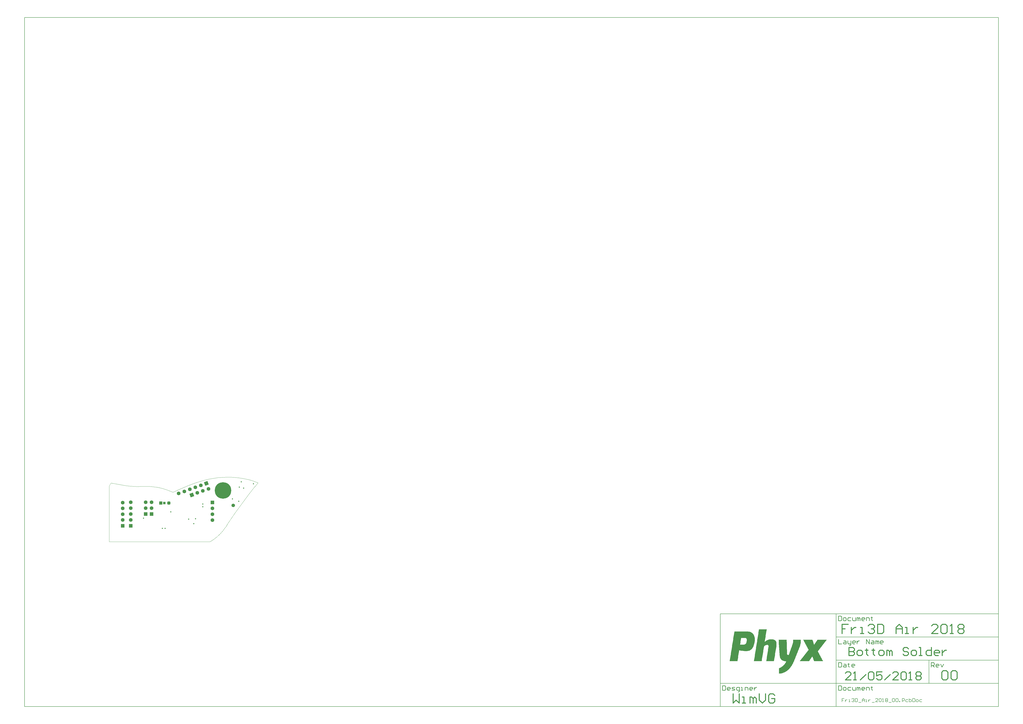
<source format=gbs>
G04*
G04 #@! TF.GenerationSoftware,Altium Limited,Altium Designer,18.1.6 (161)*
G04*
G04 Layer_Color=16711935*
%FSLAX25Y25*%
%MOIN*%
G70*
G01*
G75*
%ADD10C,0.00984*%
%ADD11C,0.00787*%
%ADD13C,0.00394*%
%ADD14C,0.01575*%
%ADD43R,0.04331X0.04331*%
G04:AMPARAMS|DCode=44|XSize=43.31mil|YSize=43.31mil|CornerRadius=11.81mil|HoleSize=0mil|Usage=FLASHONLY|Rotation=0.000|XOffset=0mil|YOffset=0mil|HoleType=Round|Shape=RoundedRectangle|*
%AMROUNDEDRECTD44*
21,1,0.04331,0.01968,0,0,0.0*
21,1,0.01968,0.04331,0,0,0.0*
1,1,0.02362,0.00984,-0.00984*
1,1,0.02362,-0.00984,-0.00984*
1,1,0.02362,-0.00984,0.00984*
1,1,0.02362,0.00984,0.00984*
%
%ADD44ROUNDEDRECTD44*%
G04:AMPARAMS|DCode=45|XSize=53.15mil|YSize=53.15mil|CornerRadius=14.27mil|HoleSize=0mil|Usage=FLASHONLY|Rotation=0.000|XOffset=0mil|YOffset=0mil|HoleType=Round|Shape=RoundedRectangle|*
%AMROUNDEDRECTD45*
21,1,0.05315,0.02461,0,0,0.0*
21,1,0.02461,0.05315,0,0,0.0*
1,1,0.02854,0.01230,-0.01230*
1,1,0.02854,-0.01230,-0.01230*
1,1,0.02854,-0.01230,0.01230*
1,1,0.02854,0.01230,0.01230*
%
%ADD45ROUNDEDRECTD45*%
%ADD46R,0.05315X0.05315*%
%ADD47C,0.06299*%
%ADD48R,0.06299X0.06299*%
%ADD49C,0.05906*%
%ADD50P,0.08908X4X65.0*%
%ADD51C,0.27953*%
%ADD66C,0.01968*%
G36*
X913926Y-152365D02*
X915644D01*
Y-152651D01*
X916503D01*
Y-152937D01*
X917362D01*
Y-153224D01*
X918221D01*
Y-153510D01*
X918793D01*
Y-153796D01*
X919080D01*
Y-154083D01*
X919652D01*
Y-154369D01*
X919939D01*
Y-154655D01*
X920511D01*
Y-154942D01*
X920798D01*
Y-155228D01*
X921084D01*
Y-155514D01*
X921370D01*
Y-155801D01*
X921657D01*
Y-156087D01*
X921943D01*
Y-156373D01*
X922229D01*
Y-156659D01*
Y-156946D01*
X922515D01*
Y-157232D01*
X922802D01*
Y-157518D01*
Y-157805D01*
X923088D01*
Y-158091D01*
X923374D01*
Y-158377D01*
Y-158664D01*
X923661D01*
Y-158950D01*
Y-159236D01*
Y-159523D01*
X923947D01*
Y-159809D01*
Y-160095D01*
Y-160382D01*
X924233D01*
Y-160668D01*
Y-160954D01*
Y-161240D01*
Y-161527D01*
X924520D01*
Y-161813D01*
Y-162100D01*
Y-162386D01*
Y-162672D01*
Y-162958D01*
X924806D01*
Y-163245D01*
Y-163531D01*
Y-163817D01*
Y-164104D01*
Y-164390D01*
Y-164676D01*
Y-164963D01*
Y-165249D01*
Y-165535D01*
Y-165822D01*
Y-166108D01*
Y-166394D01*
Y-166681D01*
Y-166967D01*
Y-167253D01*
Y-167539D01*
Y-167826D01*
Y-168112D01*
Y-168398D01*
Y-168685D01*
X924520D01*
Y-168971D01*
Y-169257D01*
Y-169544D01*
Y-169830D01*
Y-170116D01*
Y-170403D01*
Y-170689D01*
X924233D01*
Y-170975D01*
Y-171262D01*
Y-171548D01*
Y-171834D01*
Y-172120D01*
X923947D01*
Y-172407D01*
Y-172693D01*
Y-172979D01*
Y-173266D01*
Y-173552D01*
X923661D01*
Y-173838D01*
Y-174125D01*
Y-174411D01*
X923374D01*
Y-174697D01*
Y-174984D01*
Y-175270D01*
Y-175556D01*
X923088D01*
Y-175842D01*
Y-176129D01*
Y-176415D01*
X922802D01*
Y-176701D01*
Y-176988D01*
X922515D01*
Y-177274D01*
Y-177560D01*
Y-177847D01*
X922229D01*
Y-178133D01*
Y-178419D01*
X921943D01*
Y-178706D01*
Y-178992D01*
X921657D01*
Y-179278D01*
Y-179565D01*
X921370D01*
Y-179851D01*
X921084D01*
Y-180137D01*
Y-180423D01*
X920798D01*
Y-180710D01*
X920511D01*
Y-180996D01*
X920225D01*
Y-181282D01*
Y-181569D01*
X919939D01*
Y-181855D01*
X919652D01*
Y-182141D01*
X919366D01*
Y-182428D01*
X919080D01*
Y-182714D01*
X918793D01*
Y-183000D01*
X918221D01*
Y-183287D01*
X917934D01*
Y-183573D01*
X917362D01*
Y-183859D01*
X917076D01*
Y-184146D01*
X916503D01*
Y-184432D01*
X915644D01*
Y-184718D01*
X914785D01*
Y-185004D01*
X913926D01*
Y-185291D01*
X912208D01*
Y-185577D01*
X907055D01*
Y-185291D01*
X904478D01*
Y-185004D01*
X902474D01*
Y-184718D01*
X901042D01*
Y-184432D01*
X899610D01*
Y-184146D01*
X898179D01*
Y-184432D01*
Y-184718D01*
Y-185004D01*
Y-185291D01*
Y-185577D01*
Y-185863D01*
Y-186150D01*
X897892D01*
Y-186436D01*
Y-186722D01*
Y-187009D01*
Y-187295D01*
Y-187581D01*
Y-187868D01*
X897606D01*
Y-188154D01*
Y-188440D01*
Y-188727D01*
Y-189013D01*
Y-189299D01*
Y-189585D01*
X897320D01*
Y-189872D01*
Y-190158D01*
Y-190444D01*
Y-190731D01*
Y-191017D01*
Y-191303D01*
Y-191590D01*
X897034D01*
Y-191876D01*
Y-192162D01*
Y-192449D01*
Y-192735D01*
Y-193021D01*
Y-193308D01*
X896747D01*
Y-193594D01*
Y-193880D01*
Y-194167D01*
Y-194453D01*
Y-194739D01*
Y-195025D01*
X896461D01*
Y-195312D01*
Y-195598D01*
Y-195884D01*
Y-196171D01*
Y-196457D01*
Y-196743D01*
Y-197030D01*
X896175D01*
Y-197316D01*
Y-197602D01*
Y-197889D01*
Y-198175D01*
Y-198461D01*
Y-198748D01*
X895888D01*
Y-199034D01*
Y-199320D01*
Y-199606D01*
Y-199893D01*
Y-200179D01*
Y-200465D01*
X895602D01*
Y-200752D01*
Y-201038D01*
Y-201324D01*
Y-201611D01*
Y-201897D01*
Y-202183D01*
Y-202470D01*
X882145D01*
Y-202183D01*
X882432D01*
Y-201897D01*
Y-201611D01*
Y-201324D01*
Y-201038D01*
Y-200752D01*
X882718D01*
Y-200465D01*
Y-200179D01*
Y-199893D01*
Y-199606D01*
Y-199320D01*
Y-199034D01*
Y-198748D01*
X883004D01*
Y-198461D01*
Y-198175D01*
Y-197889D01*
Y-197602D01*
Y-197316D01*
Y-197030D01*
X883291D01*
Y-196743D01*
Y-196457D01*
Y-196171D01*
Y-195884D01*
Y-195598D01*
Y-195312D01*
X883577D01*
Y-195025D01*
Y-194739D01*
Y-194453D01*
Y-194167D01*
Y-193880D01*
Y-193594D01*
Y-193308D01*
X883863D01*
Y-193021D01*
Y-192735D01*
Y-192449D01*
Y-192162D01*
Y-191876D01*
Y-191590D01*
X884149D01*
Y-191303D01*
Y-191017D01*
Y-190731D01*
Y-190444D01*
Y-190158D01*
Y-189872D01*
X884436D01*
Y-189585D01*
Y-189299D01*
Y-189013D01*
Y-188727D01*
Y-188440D01*
Y-188154D01*
X884722D01*
Y-187868D01*
Y-187581D01*
Y-187295D01*
Y-187009D01*
Y-186722D01*
Y-186436D01*
Y-186150D01*
X885009D01*
Y-185863D01*
Y-185577D01*
Y-185291D01*
Y-185004D01*
Y-184718D01*
Y-184432D01*
X885295D01*
Y-184146D01*
Y-183859D01*
Y-183573D01*
Y-183287D01*
Y-183000D01*
Y-182714D01*
X885581D01*
Y-182428D01*
Y-182141D01*
Y-181855D01*
Y-181569D01*
Y-181282D01*
Y-180996D01*
X885867D01*
Y-180710D01*
Y-180423D01*
Y-180137D01*
Y-179851D01*
Y-179565D01*
Y-179278D01*
Y-178992D01*
X886154D01*
Y-178706D01*
Y-178419D01*
Y-178133D01*
Y-177847D01*
Y-177560D01*
Y-177274D01*
X886440D01*
Y-176988D01*
Y-176701D01*
Y-176415D01*
Y-176129D01*
Y-175842D01*
Y-175556D01*
X886726D01*
Y-175270D01*
Y-174984D01*
Y-174697D01*
Y-174411D01*
Y-174125D01*
Y-173838D01*
Y-173552D01*
X887013D01*
Y-173266D01*
Y-172979D01*
Y-172693D01*
Y-172407D01*
Y-172120D01*
Y-171834D01*
X887299D01*
Y-171548D01*
Y-171262D01*
Y-170975D01*
Y-170689D01*
Y-170403D01*
Y-170116D01*
X887585D01*
Y-169830D01*
Y-169544D01*
Y-169257D01*
Y-168971D01*
Y-168685D01*
Y-168398D01*
X887872D01*
Y-168112D01*
Y-167826D01*
Y-167539D01*
Y-167253D01*
Y-166967D01*
Y-166681D01*
Y-166394D01*
X888158D01*
Y-166108D01*
Y-165822D01*
Y-165535D01*
Y-165249D01*
Y-164963D01*
Y-164676D01*
X888444D01*
Y-164390D01*
Y-164104D01*
Y-163817D01*
Y-163531D01*
Y-163245D01*
Y-162958D01*
X888731D01*
Y-162672D01*
Y-162386D01*
Y-162100D01*
Y-161813D01*
Y-161527D01*
Y-161240D01*
Y-160954D01*
X889017D01*
Y-160668D01*
Y-160382D01*
Y-160095D01*
Y-159809D01*
Y-159523D01*
Y-159236D01*
X889303D01*
Y-158950D01*
Y-158664D01*
Y-158377D01*
Y-158091D01*
Y-157805D01*
Y-157518D01*
X889590D01*
Y-157232D01*
Y-156946D01*
Y-156659D01*
Y-156373D01*
Y-156087D01*
Y-155801D01*
Y-155514D01*
X889876D01*
Y-155228D01*
Y-154942D01*
Y-154655D01*
Y-154369D01*
Y-154083D01*
Y-153796D01*
X890162D01*
Y-153510D01*
Y-153224D01*
Y-152937D01*
Y-152651D01*
Y-152365D01*
Y-152078D01*
X913926D01*
Y-152365D01*
D02*
G37*
G36*
X945134Y-148929D02*
Y-149215D01*
X944848D01*
Y-149502D01*
Y-149788D01*
Y-150074D01*
Y-150361D01*
Y-150647D01*
Y-150933D01*
X944561D01*
Y-151220D01*
Y-151506D01*
Y-151792D01*
Y-152078D01*
Y-152365D01*
Y-152651D01*
X944275D01*
Y-152937D01*
Y-153224D01*
Y-153510D01*
Y-153796D01*
Y-154083D01*
Y-154369D01*
Y-154655D01*
X943989D01*
Y-154942D01*
Y-155228D01*
Y-155514D01*
Y-155801D01*
Y-156087D01*
Y-156373D01*
X943703D01*
Y-156659D01*
Y-156946D01*
Y-157232D01*
Y-157518D01*
Y-157805D01*
Y-158091D01*
X943416D01*
Y-158377D01*
Y-158664D01*
Y-158950D01*
Y-159236D01*
Y-159523D01*
Y-159809D01*
Y-160095D01*
X943130D01*
Y-160382D01*
Y-160668D01*
Y-160954D01*
Y-161240D01*
Y-161527D01*
Y-161813D01*
X942844D01*
Y-162100D01*
Y-162386D01*
Y-162672D01*
Y-162958D01*
Y-163245D01*
Y-163531D01*
X942557D01*
Y-163817D01*
Y-164104D01*
Y-164390D01*
Y-164676D01*
Y-164963D01*
Y-165249D01*
X942271D01*
Y-165535D01*
Y-165822D01*
Y-166108D01*
Y-166394D01*
Y-166681D01*
Y-166967D01*
Y-167253D01*
X941985D01*
Y-167539D01*
Y-167826D01*
Y-168112D01*
Y-168398D01*
Y-168685D01*
Y-168971D01*
X941698D01*
Y-169257D01*
Y-169544D01*
X942271D01*
Y-169257D01*
X942557D01*
Y-168971D01*
X942844D01*
Y-168685D01*
X943416D01*
Y-168398D01*
X943703D01*
Y-168112D01*
X943989D01*
Y-167826D01*
X944561D01*
Y-167539D01*
X945134D01*
Y-167253D01*
X945420D01*
Y-166967D01*
X945993D01*
Y-166681D01*
X946852D01*
Y-166394D01*
X947425D01*
Y-166108D01*
X948284D01*
Y-165822D01*
X949715D01*
Y-165535D01*
X956014D01*
Y-165822D01*
X957159D01*
Y-166108D01*
X958018D01*
Y-166394D01*
X958591D01*
Y-166681D01*
X958877D01*
Y-166967D01*
X959450D01*
Y-167253D01*
X959736D01*
Y-167539D01*
X960022D01*
Y-167826D01*
X960309D01*
Y-168112D01*
X960595D01*
Y-168398D01*
Y-168685D01*
X960881D01*
Y-168971D01*
Y-169257D01*
X961168D01*
Y-169544D01*
Y-169830D01*
Y-170116D01*
X961454D01*
Y-170403D01*
Y-170689D01*
Y-170975D01*
Y-171262D01*
X961740D01*
Y-171548D01*
Y-171834D01*
Y-172120D01*
Y-172407D01*
Y-172693D01*
Y-172979D01*
Y-173266D01*
Y-173552D01*
Y-173838D01*
Y-174125D01*
Y-174411D01*
Y-174697D01*
Y-174984D01*
Y-175270D01*
Y-175556D01*
Y-175842D01*
Y-176129D01*
Y-176415D01*
X961454D01*
Y-176701D01*
Y-176988D01*
Y-177274D01*
Y-177560D01*
Y-177847D01*
Y-178133D01*
Y-178419D01*
X961168D01*
Y-178706D01*
Y-178992D01*
Y-179278D01*
Y-179565D01*
Y-179851D01*
Y-180137D01*
Y-180423D01*
X960881D01*
Y-180710D01*
Y-180996D01*
Y-181282D01*
Y-181569D01*
Y-181855D01*
Y-182141D01*
X960595D01*
Y-182428D01*
Y-182714D01*
Y-183000D01*
Y-183287D01*
Y-183573D01*
Y-183859D01*
X960309D01*
Y-184146D01*
Y-184432D01*
Y-184718D01*
Y-185004D01*
Y-185291D01*
Y-185577D01*
X960022D01*
Y-185863D01*
Y-186150D01*
Y-186436D01*
Y-186722D01*
Y-187009D01*
Y-187295D01*
Y-187581D01*
X959736D01*
Y-187868D01*
Y-188154D01*
Y-188440D01*
Y-188727D01*
Y-189013D01*
Y-189299D01*
X959450D01*
Y-189585D01*
Y-189872D01*
Y-190158D01*
Y-190444D01*
Y-190731D01*
Y-191017D01*
X959163D01*
Y-191303D01*
Y-191590D01*
Y-191876D01*
Y-192162D01*
Y-192449D01*
Y-192735D01*
Y-193021D01*
X958877D01*
Y-193308D01*
Y-193594D01*
Y-193880D01*
Y-194167D01*
Y-194453D01*
Y-194739D01*
X958591D01*
Y-195025D01*
Y-195312D01*
Y-195598D01*
Y-195884D01*
Y-196171D01*
Y-196457D01*
X958305D01*
Y-196743D01*
Y-197030D01*
Y-197316D01*
Y-197602D01*
Y-197889D01*
Y-198175D01*
X958018D01*
Y-198461D01*
Y-198748D01*
Y-199034D01*
Y-199320D01*
Y-199606D01*
Y-199893D01*
Y-200179D01*
X957732D01*
Y-200465D01*
Y-200752D01*
Y-201038D01*
Y-201324D01*
Y-201611D01*
Y-201897D01*
X957446D01*
Y-202183D01*
Y-202470D01*
X944275D01*
Y-202183D01*
Y-201897D01*
X944561D01*
Y-201611D01*
Y-201324D01*
Y-201038D01*
Y-200752D01*
Y-200465D01*
Y-200179D01*
X944848D01*
Y-199893D01*
Y-199606D01*
Y-199320D01*
Y-199034D01*
Y-198748D01*
Y-198461D01*
Y-198175D01*
X945134D01*
Y-197889D01*
Y-197602D01*
Y-197316D01*
Y-197030D01*
Y-196743D01*
Y-196457D01*
X945420D01*
Y-196171D01*
Y-195884D01*
Y-195598D01*
Y-195312D01*
Y-195025D01*
Y-194739D01*
X945707D01*
Y-194453D01*
Y-194167D01*
Y-193880D01*
Y-193594D01*
Y-193308D01*
Y-193021D01*
Y-192735D01*
X945993D01*
Y-192449D01*
Y-192162D01*
Y-191876D01*
Y-191590D01*
Y-191303D01*
Y-191017D01*
X946279D01*
Y-190731D01*
Y-190444D01*
Y-190158D01*
Y-189872D01*
Y-189585D01*
Y-189299D01*
Y-189013D01*
X946566D01*
Y-188727D01*
Y-188440D01*
Y-188154D01*
Y-187868D01*
Y-187581D01*
Y-187295D01*
X946852D01*
Y-187009D01*
Y-186722D01*
Y-186436D01*
Y-186150D01*
Y-185863D01*
Y-185577D01*
X947138D01*
Y-185291D01*
Y-185004D01*
Y-184718D01*
Y-184432D01*
Y-184146D01*
Y-183859D01*
X947425D01*
Y-183573D01*
Y-183287D01*
Y-183000D01*
Y-182714D01*
Y-182428D01*
Y-182141D01*
Y-181855D01*
X947711D01*
Y-181569D01*
Y-181282D01*
Y-180996D01*
Y-180710D01*
Y-180423D01*
Y-180137D01*
X947997D01*
Y-179851D01*
Y-179565D01*
Y-179278D01*
Y-178992D01*
Y-178706D01*
Y-178419D01*
Y-178133D01*
X948284D01*
Y-177847D01*
Y-177560D01*
Y-177274D01*
Y-176988D01*
Y-176701D01*
Y-176415D01*
X947997D01*
Y-176129D01*
Y-175842D01*
X947711D01*
Y-175556D01*
X947425D01*
Y-175270D01*
X946852D01*
Y-174984D01*
X945134D01*
Y-175270D01*
X943703D01*
Y-175556D01*
X942844D01*
Y-175842D01*
X942271D01*
Y-176129D01*
X941985D01*
Y-176415D01*
X941412D01*
Y-176701D01*
X941126D01*
Y-176988D01*
X940839D01*
Y-177274D01*
Y-177560D01*
X940553D01*
Y-177847D01*
Y-178133D01*
Y-178419D01*
X940267D01*
Y-178706D01*
Y-178992D01*
Y-179278D01*
Y-179565D01*
Y-179851D01*
Y-180137D01*
X939981D01*
Y-180423D01*
Y-180710D01*
Y-180996D01*
Y-181282D01*
Y-181569D01*
Y-181855D01*
Y-182141D01*
X939694D01*
Y-182428D01*
Y-182714D01*
Y-183000D01*
Y-183287D01*
Y-183573D01*
Y-183859D01*
X939408D01*
Y-184146D01*
Y-184432D01*
Y-184718D01*
Y-185004D01*
Y-185291D01*
Y-185577D01*
X939122D01*
Y-185863D01*
Y-186150D01*
Y-186436D01*
Y-186722D01*
Y-187009D01*
Y-187295D01*
X938835D01*
Y-187581D01*
Y-187868D01*
Y-188154D01*
Y-188440D01*
Y-188727D01*
Y-189013D01*
Y-189299D01*
X938549D01*
Y-189585D01*
Y-189872D01*
Y-190158D01*
Y-190444D01*
Y-190731D01*
Y-191017D01*
X938263D01*
Y-191303D01*
Y-191590D01*
Y-191876D01*
Y-192162D01*
Y-192449D01*
Y-192735D01*
X937976D01*
Y-193021D01*
Y-193308D01*
Y-193594D01*
Y-193880D01*
Y-194167D01*
Y-194453D01*
Y-194739D01*
X937690D01*
Y-195025D01*
Y-195312D01*
Y-195598D01*
Y-195884D01*
Y-196171D01*
Y-196457D01*
X937404D01*
Y-196743D01*
Y-197030D01*
Y-197316D01*
Y-197602D01*
Y-197889D01*
Y-198175D01*
X937117D01*
Y-198461D01*
Y-198748D01*
Y-199034D01*
Y-199320D01*
Y-199606D01*
Y-199893D01*
X936831D01*
Y-200179D01*
Y-200465D01*
Y-200752D01*
Y-201038D01*
Y-201324D01*
Y-201611D01*
Y-201897D01*
X936545D01*
Y-202183D01*
Y-202470D01*
X923374D01*
Y-202183D01*
Y-201897D01*
X923661D01*
Y-201611D01*
Y-201324D01*
Y-201038D01*
Y-200752D01*
Y-200465D01*
Y-200179D01*
Y-199893D01*
X923947D01*
Y-199606D01*
Y-199320D01*
Y-199034D01*
Y-198748D01*
Y-198461D01*
Y-198175D01*
X924233D01*
Y-197889D01*
Y-197602D01*
Y-197316D01*
Y-197030D01*
Y-196743D01*
Y-196457D01*
X924520D01*
Y-196171D01*
Y-195884D01*
Y-195598D01*
Y-195312D01*
Y-195025D01*
Y-194739D01*
Y-194453D01*
X924806D01*
Y-194167D01*
Y-193880D01*
Y-193594D01*
Y-193308D01*
Y-193021D01*
Y-192735D01*
X925092D01*
Y-192449D01*
Y-192162D01*
Y-191876D01*
Y-191590D01*
Y-191303D01*
Y-191017D01*
X925379D01*
Y-190731D01*
Y-190444D01*
Y-190158D01*
Y-189872D01*
Y-189585D01*
Y-189299D01*
X925665D01*
Y-189013D01*
Y-188727D01*
Y-188440D01*
Y-188154D01*
Y-187868D01*
Y-187581D01*
Y-187295D01*
X925951D01*
Y-187009D01*
Y-186722D01*
Y-186436D01*
Y-186150D01*
Y-185863D01*
Y-185577D01*
X926237D01*
Y-185291D01*
Y-185004D01*
Y-184718D01*
Y-184432D01*
Y-184146D01*
Y-183859D01*
X926524D01*
Y-183573D01*
Y-183287D01*
Y-183000D01*
Y-182714D01*
Y-182428D01*
Y-182141D01*
Y-181855D01*
X926810D01*
Y-181569D01*
Y-181282D01*
Y-180996D01*
Y-180710D01*
Y-180423D01*
Y-180137D01*
X927096D01*
Y-179851D01*
Y-179565D01*
Y-179278D01*
Y-178992D01*
Y-178706D01*
Y-178419D01*
X927383D01*
Y-178133D01*
Y-177847D01*
Y-177560D01*
Y-177274D01*
Y-176988D01*
Y-176701D01*
X927669D01*
Y-176415D01*
Y-176129D01*
Y-175842D01*
Y-175556D01*
Y-175270D01*
Y-174984D01*
Y-174697D01*
X927955D01*
Y-174411D01*
Y-174125D01*
Y-173838D01*
Y-173552D01*
Y-173266D01*
Y-172979D01*
X928242D01*
Y-172693D01*
Y-172407D01*
Y-172120D01*
Y-171834D01*
Y-171548D01*
Y-171262D01*
X928528D01*
Y-170975D01*
Y-170689D01*
Y-170403D01*
Y-170116D01*
Y-169830D01*
Y-169544D01*
X928814D01*
Y-169257D01*
Y-168971D01*
Y-168685D01*
Y-168398D01*
Y-168112D01*
Y-167826D01*
Y-167539D01*
X929101D01*
Y-167253D01*
Y-166967D01*
Y-166681D01*
Y-166394D01*
Y-166108D01*
Y-165822D01*
X929387D01*
Y-165535D01*
Y-165249D01*
Y-164963D01*
Y-164676D01*
Y-164390D01*
Y-164104D01*
X929673D01*
Y-163817D01*
Y-163531D01*
Y-163245D01*
Y-162958D01*
Y-162672D01*
Y-162386D01*
Y-162100D01*
X929960D01*
Y-161813D01*
Y-161527D01*
Y-161240D01*
Y-160954D01*
Y-160668D01*
Y-160382D01*
X930246D01*
Y-160095D01*
Y-159809D01*
Y-159523D01*
Y-159236D01*
Y-158950D01*
Y-158664D01*
X930532D01*
Y-158377D01*
Y-158091D01*
Y-157805D01*
Y-157518D01*
Y-157232D01*
Y-156946D01*
X930818D01*
Y-156659D01*
Y-156373D01*
Y-156087D01*
Y-155801D01*
Y-155514D01*
Y-155228D01*
Y-154942D01*
X931105D01*
Y-154655D01*
Y-154369D01*
Y-154083D01*
Y-153796D01*
Y-153510D01*
Y-153224D01*
X931391D01*
Y-152937D01*
Y-152651D01*
Y-152365D01*
Y-152078D01*
Y-151792D01*
Y-151506D01*
X931678D01*
Y-151220D01*
Y-150933D01*
Y-150647D01*
Y-150361D01*
Y-150074D01*
Y-149788D01*
Y-149502D01*
X931964D01*
Y-149215D01*
Y-148929D01*
Y-148643D01*
X945134D01*
Y-148929D01*
D02*
G37*
G36*
X1047062Y-166394D02*
X1046775D01*
Y-166681D01*
X1046489D01*
Y-166967D01*
Y-167253D01*
X1046203D01*
Y-167539D01*
X1045916D01*
Y-167826D01*
X1045630D01*
Y-168112D01*
Y-168398D01*
X1045344D01*
Y-168685D01*
X1045057D01*
Y-168971D01*
X1044771D01*
Y-169257D01*
X1044485D01*
Y-169544D01*
Y-169830D01*
X1044198D01*
Y-170116D01*
X1043912D01*
Y-170403D01*
X1043626D01*
Y-170689D01*
Y-170975D01*
X1043340D01*
Y-171262D01*
X1043053D01*
Y-171548D01*
X1042767D01*
Y-171834D01*
X1042480D01*
Y-172120D01*
Y-172407D01*
X1042194D01*
Y-172693D01*
X1041908D01*
Y-172979D01*
X1041622D01*
Y-173266D01*
Y-173552D01*
X1041335D01*
Y-173838D01*
X1041049D01*
Y-174125D01*
X1040763D01*
Y-174411D01*
Y-174697D01*
X1040476D01*
Y-174984D01*
X1040190D01*
Y-175270D01*
X1039904D01*
Y-175556D01*
X1039617D01*
Y-175842D01*
Y-176129D01*
X1039331D01*
Y-176415D01*
X1039045D01*
Y-176701D01*
X1038758D01*
Y-176988D01*
Y-177274D01*
X1038472D01*
Y-177560D01*
X1038186D01*
Y-177847D01*
X1037899D01*
Y-178133D01*
Y-178419D01*
X1037613D01*
Y-178706D01*
X1037327D01*
Y-178992D01*
X1037041D01*
Y-179278D01*
X1036754D01*
Y-179565D01*
Y-179851D01*
X1036468D01*
Y-180137D01*
X1036182D01*
Y-180423D01*
X1035895D01*
Y-180710D01*
Y-180996D01*
X1035609D01*
Y-181282D01*
X1035323D01*
Y-181569D01*
X1035036D01*
Y-181855D01*
Y-182141D01*
X1034750D01*
Y-182428D01*
X1034464D01*
Y-182714D01*
X1034177D01*
Y-183000D01*
X1033891D01*
Y-183287D01*
Y-183573D01*
X1033605D01*
Y-183859D01*
X1033319D01*
Y-184146D01*
X1033032D01*
Y-184432D01*
Y-184718D01*
X1032746D01*
Y-185004D01*
X1032460D01*
Y-185291D01*
X1032173D01*
Y-185577D01*
X1031887D01*
Y-185863D01*
Y-186150D01*
X1032173D01*
Y-186436D01*
Y-186722D01*
X1032460D01*
Y-187009D01*
Y-187295D01*
X1032746D01*
Y-187581D01*
X1033032D01*
Y-187868D01*
Y-188154D01*
X1033319D01*
Y-188440D01*
Y-188727D01*
X1033605D01*
Y-189013D01*
Y-189299D01*
X1033891D01*
Y-189585D01*
Y-189872D01*
X1034177D01*
Y-190158D01*
Y-190444D01*
X1034464D01*
Y-190731D01*
Y-191017D01*
X1034750D01*
Y-191303D01*
Y-191590D01*
X1035036D01*
Y-191876D01*
Y-192162D01*
X1035323D01*
Y-192449D01*
X1035609D01*
Y-192735D01*
Y-193021D01*
X1035895D01*
Y-193308D01*
Y-193594D01*
X1036182D01*
Y-193880D01*
Y-194167D01*
X1036468D01*
Y-194453D01*
Y-194739D01*
X1036754D01*
Y-195025D01*
Y-195312D01*
X1037041D01*
Y-195598D01*
Y-195884D01*
X1037327D01*
Y-196171D01*
Y-196457D01*
X1037613D01*
Y-196743D01*
X1037899D01*
Y-197030D01*
Y-197316D01*
X1038186D01*
Y-197602D01*
Y-197889D01*
X1038472D01*
Y-198175D01*
Y-198461D01*
X1038758D01*
Y-198748D01*
Y-199034D01*
X1039045D01*
Y-199320D01*
Y-199606D01*
X1039331D01*
Y-199893D01*
Y-200179D01*
X1039617D01*
Y-200465D01*
Y-200752D01*
X1039904D01*
Y-201038D01*
X1040190D01*
Y-201324D01*
Y-201611D01*
X1040476D01*
Y-201897D01*
Y-202183D01*
X1040763D01*
Y-202470D01*
X1025588D01*
Y-202183D01*
X1025302D01*
Y-201897D01*
Y-201611D01*
Y-201324D01*
X1025016D01*
Y-201038D01*
Y-200752D01*
Y-200465D01*
X1024729D01*
Y-200179D01*
Y-199893D01*
X1024443D01*
Y-199606D01*
Y-199320D01*
Y-199034D01*
X1024156D01*
Y-198748D01*
Y-198461D01*
Y-198175D01*
X1023870D01*
Y-197889D01*
Y-197602D01*
X1023584D01*
Y-197316D01*
Y-197030D01*
Y-196743D01*
X1023298D01*
Y-196457D01*
Y-196171D01*
Y-195884D01*
X1023011D01*
Y-195598D01*
Y-195312D01*
Y-195025D01*
X1022725D01*
Y-194739D01*
X1022152D01*
Y-195025D01*
Y-195312D01*
X1021866D01*
Y-195598D01*
X1021580D01*
Y-195884D01*
Y-196171D01*
X1021293D01*
Y-196457D01*
X1021007D01*
Y-196743D01*
Y-197030D01*
X1020721D01*
Y-197316D01*
X1020434D01*
Y-197602D01*
Y-197889D01*
X1020148D01*
Y-198175D01*
X1019862D01*
Y-198461D01*
X1019576D01*
Y-198748D01*
Y-199034D01*
X1019289D01*
Y-199320D01*
X1019003D01*
Y-199606D01*
Y-199893D01*
X1018717D01*
Y-200179D01*
X1018430D01*
Y-200465D01*
Y-200752D01*
X1018144D01*
Y-201038D01*
X1017858D01*
Y-201324D01*
Y-201611D01*
X1017571D01*
Y-201897D01*
X1017285D01*
Y-202183D01*
Y-202470D01*
X1001252D01*
Y-202183D01*
X1001538D01*
Y-201897D01*
X1001824D01*
Y-201611D01*
X1002110D01*
Y-201324D01*
X1002397D01*
Y-201038D01*
Y-200752D01*
X1002683D01*
Y-200465D01*
X1002969D01*
Y-200179D01*
X1003256D01*
Y-199893D01*
X1003542D01*
Y-199606D01*
Y-199320D01*
X1003828D01*
Y-199034D01*
X1004115D01*
Y-198748D01*
X1004401D01*
Y-198461D01*
Y-198175D01*
X1004687D01*
Y-197889D01*
X1004974D01*
Y-197602D01*
X1005260D01*
Y-197316D01*
X1005546D01*
Y-197030D01*
Y-196743D01*
X1005832D01*
Y-196457D01*
X1006119D01*
Y-196171D01*
X1006405D01*
Y-195884D01*
X1006691D01*
Y-195598D01*
Y-195312D01*
X1006978D01*
Y-195025D01*
X1007264D01*
Y-194739D01*
X1007550D01*
Y-194453D01*
Y-194167D01*
X1007837D01*
Y-193880D01*
X1008123D01*
Y-193594D01*
X1008409D01*
Y-193308D01*
X1008696D01*
Y-193021D01*
Y-192735D01*
X1008982D01*
Y-192449D01*
X1009268D01*
Y-192162D01*
X1009555D01*
Y-191876D01*
Y-191590D01*
X1009841D01*
Y-191303D01*
X1010127D01*
Y-191017D01*
X1010413D01*
Y-190731D01*
X1010700D01*
Y-190444D01*
Y-190158D01*
X1010986D01*
Y-189872D01*
X1011272D01*
Y-189585D01*
X1011559D01*
Y-189299D01*
Y-189013D01*
X1011845D01*
Y-188727D01*
X1012131D01*
Y-188440D01*
X1012418D01*
Y-188154D01*
X1012704D01*
Y-187868D01*
Y-187581D01*
X1012990D01*
Y-187295D01*
X1013277D01*
Y-187009D01*
X1013563D01*
Y-186722D01*
X1013849D01*
Y-186436D01*
Y-186150D01*
X1014136D01*
Y-185863D01*
X1014422D01*
Y-185577D01*
X1014708D01*
Y-185291D01*
Y-185004D01*
X1014995D01*
Y-184718D01*
X1015281D01*
Y-184432D01*
X1015567D01*
Y-184146D01*
X1015853D01*
Y-183859D01*
Y-183573D01*
X1016140D01*
Y-183287D01*
Y-183000D01*
Y-182714D01*
X1015853D01*
Y-182428D01*
X1015567D01*
Y-182141D01*
Y-181855D01*
X1015281D01*
Y-181569D01*
Y-181282D01*
X1014995D01*
Y-180996D01*
Y-180710D01*
X1014708D01*
Y-180423D01*
Y-180137D01*
X1014422D01*
Y-179851D01*
Y-179565D01*
X1014136D01*
Y-179278D01*
Y-178992D01*
X1013849D01*
Y-178706D01*
X1013563D01*
Y-178419D01*
Y-178133D01*
X1013277D01*
Y-177847D01*
Y-177560D01*
X1012990D01*
Y-177274D01*
Y-176988D01*
X1012704D01*
Y-176701D01*
Y-176415D01*
X1012418D01*
Y-176129D01*
Y-175842D01*
X1012131D01*
Y-175556D01*
Y-175270D01*
X1011845D01*
Y-174984D01*
X1011559D01*
Y-174697D01*
Y-174411D01*
X1011272D01*
Y-174125D01*
Y-173838D01*
X1010986D01*
Y-173552D01*
Y-173266D01*
X1010700D01*
Y-172979D01*
Y-172693D01*
X1010413D01*
Y-172407D01*
Y-172120D01*
X1010127D01*
Y-171834D01*
Y-171548D01*
X1009841D01*
Y-171262D01*
Y-170975D01*
X1009555D01*
Y-170689D01*
X1009268D01*
Y-170403D01*
Y-170116D01*
X1008982D01*
Y-169830D01*
Y-169544D01*
X1008696D01*
Y-169257D01*
Y-168971D01*
X1008409D01*
Y-168685D01*
Y-168398D01*
X1008123D01*
Y-168112D01*
Y-167826D01*
X1007837D01*
Y-167539D01*
Y-167253D01*
X1007550D01*
Y-166967D01*
X1007264D01*
Y-166681D01*
Y-166394D01*
X1006978D01*
Y-166108D01*
X1022725D01*
Y-166394D01*
X1023011D01*
Y-166681D01*
Y-166967D01*
Y-167253D01*
X1023298D01*
Y-167539D01*
Y-167826D01*
Y-168112D01*
X1023584D01*
Y-168398D01*
Y-168685D01*
Y-168971D01*
X1023870D01*
Y-169257D01*
Y-169544D01*
Y-169830D01*
X1024156D01*
Y-170116D01*
Y-170403D01*
Y-170689D01*
X1024443D01*
Y-170975D01*
Y-171262D01*
Y-171548D01*
X1024729D01*
Y-171834D01*
Y-172120D01*
Y-172407D01*
X1025016D01*
Y-172693D01*
Y-172979D01*
Y-173266D01*
X1025302D01*
Y-173552D01*
Y-173838D01*
Y-174125D01*
Y-174411D01*
X1025874D01*
Y-174125D01*
X1026161D01*
Y-173838D01*
X1026447D01*
Y-173552D01*
Y-173266D01*
X1026733D01*
Y-172979D01*
X1027020D01*
Y-172693D01*
Y-172407D01*
X1027306D01*
Y-172120D01*
X1027592D01*
Y-171834D01*
Y-171548D01*
X1027879D01*
Y-171262D01*
X1028165D01*
Y-170975D01*
Y-170689D01*
X1028451D01*
Y-170403D01*
X1028738D01*
Y-170116D01*
Y-169830D01*
X1029024D01*
Y-169544D01*
X1029310D01*
Y-169257D01*
Y-168971D01*
X1029597D01*
Y-168685D01*
X1029883D01*
Y-168398D01*
Y-168112D01*
X1030169D01*
Y-167826D01*
X1030455D01*
Y-167539D01*
Y-167253D01*
X1030742D01*
Y-166967D01*
X1031028D01*
Y-166681D01*
Y-166394D01*
X1031314D01*
Y-166108D01*
X1047062D01*
Y-166394D01*
D02*
G37*
G36*
X1002969D02*
Y-166681D01*
Y-166967D01*
Y-167253D01*
Y-167539D01*
Y-167826D01*
Y-168112D01*
Y-168398D01*
Y-168685D01*
Y-168971D01*
Y-169257D01*
Y-169544D01*
Y-169830D01*
Y-170116D01*
Y-170403D01*
Y-170689D01*
Y-170975D01*
Y-171262D01*
Y-171548D01*
Y-171834D01*
Y-172120D01*
X1002683D01*
Y-172407D01*
Y-172693D01*
Y-172979D01*
Y-173266D01*
Y-173552D01*
X1002397D01*
Y-173838D01*
Y-174125D01*
Y-174411D01*
Y-174697D01*
X1002110D01*
Y-174984D01*
Y-175270D01*
Y-175556D01*
Y-175842D01*
X1001824D01*
Y-176129D01*
Y-176415D01*
Y-176701D01*
X1001538D01*
Y-176988D01*
Y-177274D01*
Y-177560D01*
X1001252D01*
Y-177847D01*
Y-178133D01*
Y-178419D01*
X1000965D01*
Y-178706D01*
Y-178992D01*
Y-179278D01*
X1000679D01*
Y-179565D01*
Y-179851D01*
X1000393D01*
Y-180137D01*
Y-180423D01*
X1000106D01*
Y-180710D01*
Y-180996D01*
Y-181282D01*
X999820D01*
Y-181569D01*
Y-181855D01*
X999534D01*
Y-182141D01*
Y-182428D01*
Y-182714D01*
X999247D01*
Y-183000D01*
Y-183287D01*
X998961D01*
Y-183573D01*
Y-183859D01*
Y-184146D01*
X998675D01*
Y-184432D01*
Y-184718D01*
X998388D01*
Y-185004D01*
Y-185291D01*
Y-185577D01*
X998102D01*
Y-185863D01*
Y-186150D01*
X997816D01*
Y-186436D01*
Y-186722D01*
Y-187009D01*
X997529D01*
Y-187295D01*
Y-187581D01*
X997243D01*
Y-187868D01*
Y-188154D01*
Y-188440D01*
X996957D01*
Y-188727D01*
Y-189013D01*
X996671D01*
Y-189299D01*
Y-189585D01*
Y-189872D01*
X996384D01*
Y-190158D01*
Y-190444D01*
X996098D01*
Y-190731D01*
Y-191017D01*
Y-191303D01*
X995811D01*
Y-191590D01*
Y-191876D01*
X995525D01*
Y-192162D01*
Y-192449D01*
Y-192735D01*
X995239D01*
Y-193021D01*
Y-193308D01*
X994953D01*
Y-193594D01*
Y-193880D01*
Y-194167D01*
X994666D01*
Y-194453D01*
Y-194739D01*
X994380D01*
Y-195025D01*
Y-195312D01*
Y-195598D01*
X994094D01*
Y-195884D01*
Y-196171D01*
X993807D01*
Y-196457D01*
Y-196743D01*
Y-197030D01*
X993521D01*
Y-197316D01*
Y-197602D01*
X993235D01*
Y-197889D01*
Y-198175D01*
Y-198461D01*
X992948D01*
Y-198748D01*
Y-199034D01*
X992662D01*
Y-199320D01*
Y-199606D01*
Y-199893D01*
X992376D01*
Y-200179D01*
Y-200465D01*
X992089D01*
Y-200752D01*
Y-201038D01*
Y-201324D01*
X991803D01*
Y-201611D01*
Y-201897D01*
X991517D01*
Y-202183D01*
Y-202470D01*
Y-202756D01*
X991230D01*
Y-203042D01*
Y-203328D01*
X990944D01*
Y-203615D01*
Y-203901D01*
X990658D01*
Y-204187D01*
Y-204474D01*
X990372D01*
Y-204760D01*
Y-205046D01*
Y-205333D01*
X990085D01*
Y-205619D01*
X989799D01*
Y-205905D01*
Y-206192D01*
Y-206478D01*
X989513D01*
Y-206764D01*
X989226D01*
Y-207051D01*
Y-207337D01*
X988940D01*
Y-207623D01*
Y-207909D01*
X988654D01*
Y-208196D01*
Y-208482D01*
X988367D01*
Y-208769D01*
Y-209055D01*
X988081D01*
Y-209341D01*
X987795D01*
Y-209627D01*
Y-209914D01*
X987508D01*
Y-210200D01*
Y-210486D01*
X987222D01*
Y-210773D01*
X986936D01*
Y-211059D01*
X986650D01*
Y-211345D01*
Y-211632D01*
X986363D01*
Y-211918D01*
X986077D01*
Y-212204D01*
Y-212491D01*
X985791D01*
Y-212777D01*
X985504D01*
Y-213063D01*
X985218D01*
Y-213350D01*
Y-213636D01*
X984932D01*
Y-213922D01*
X984645D01*
Y-214208D01*
X984359D01*
Y-214495D01*
X984073D01*
Y-214781D01*
X983786D01*
Y-215067D01*
Y-215354D01*
X983500D01*
Y-215640D01*
X983214D01*
Y-215926D01*
X982928D01*
Y-216213D01*
X982641D01*
Y-216499D01*
X982355D01*
Y-216785D01*
X982069D01*
Y-217072D01*
X981782D01*
Y-217358D01*
X981210D01*
Y-217644D01*
X980923D01*
Y-217931D01*
X980637D01*
Y-218217D01*
X980351D01*
Y-218503D01*
X980064D01*
Y-218789D01*
X979492D01*
Y-219076D01*
X979205D01*
Y-219362D01*
X978633D01*
Y-219648D01*
X978347D01*
Y-219935D01*
X977774D01*
Y-220221D01*
X977487D01*
Y-220507D01*
X976915D01*
Y-220794D01*
X976342D01*
Y-221080D01*
X975770D01*
Y-221366D01*
X975197D01*
Y-221653D01*
X974624D01*
Y-221939D01*
X973765D01*
Y-222225D01*
X973193D01*
Y-222512D01*
X972334D01*
Y-222798D01*
X971189D01*
Y-223084D01*
X970043D01*
Y-223370D01*
X968326D01*
Y-223657D01*
X966321D01*
Y-223943D01*
X966035D01*
Y-223657D01*
Y-223370D01*
Y-223084D01*
Y-222798D01*
Y-222512D01*
Y-222225D01*
Y-221939D01*
Y-221653D01*
Y-221366D01*
Y-221080D01*
Y-220794D01*
Y-220507D01*
Y-220221D01*
Y-219935D01*
Y-219648D01*
Y-219362D01*
Y-219076D01*
Y-218789D01*
Y-218503D01*
Y-218217D01*
Y-217931D01*
Y-217644D01*
Y-217358D01*
Y-217072D01*
Y-216785D01*
Y-216499D01*
Y-216213D01*
Y-215926D01*
Y-215640D01*
Y-215354D01*
Y-215067D01*
Y-214781D01*
Y-214495D01*
X966608D01*
Y-214208D01*
X967180D01*
Y-213922D01*
X967753D01*
Y-213636D01*
X968326D01*
Y-213350D01*
X968898D01*
Y-213063D01*
X969471D01*
Y-212777D01*
X969757D01*
Y-212491D01*
X970330D01*
Y-212204D01*
X970616D01*
Y-211918D01*
X971189D01*
Y-211632D01*
X971475D01*
Y-211345D01*
X971761D01*
Y-211059D01*
X972334D01*
Y-210773D01*
X972620D01*
Y-210486D01*
X972906D01*
Y-210200D01*
X973193D01*
Y-209914D01*
X973479D01*
Y-209627D01*
X973765D01*
Y-209341D01*
X974052D01*
Y-209055D01*
X974338D01*
Y-208769D01*
X974624D01*
Y-208482D01*
X974911D01*
Y-208196D01*
X975197D01*
Y-207909D01*
X975483D01*
Y-207623D01*
Y-207337D01*
X975770D01*
Y-207051D01*
X976056D01*
Y-206764D01*
X976342D01*
Y-206478D01*
Y-206192D01*
X976629D01*
Y-205905D01*
X976915D01*
Y-205619D01*
Y-205333D01*
X977201D01*
Y-205046D01*
Y-204760D01*
X977487D01*
Y-204474D01*
X977774D01*
Y-204187D01*
Y-203901D01*
X978060D01*
Y-203615D01*
Y-203328D01*
X978347D01*
Y-203042D01*
Y-202756D01*
X976629D01*
Y-202470D01*
X974624D01*
Y-202183D01*
X973479D01*
Y-201897D01*
X972906D01*
Y-201611D01*
X972048D01*
Y-201324D01*
X971475D01*
Y-201038D01*
X971189D01*
Y-200752D01*
X970616D01*
Y-200465D01*
X970330D01*
Y-200179D01*
X970043D01*
Y-199893D01*
X969757D01*
Y-199606D01*
X969471D01*
Y-199320D01*
X969184D01*
Y-199034D01*
Y-198748D01*
X968898D01*
Y-198461D01*
X968612D01*
Y-198175D01*
Y-197889D01*
X968326D01*
Y-197602D01*
Y-197316D01*
X968039D01*
Y-197030D01*
Y-196743D01*
X967753D01*
Y-196457D01*
Y-196171D01*
Y-195884D01*
X967467D01*
Y-195598D01*
Y-195312D01*
Y-195025D01*
Y-194739D01*
X967180D01*
Y-194453D01*
Y-194167D01*
Y-193880D01*
Y-193594D01*
Y-193308D01*
Y-193021D01*
Y-192735D01*
X966894D01*
Y-192449D01*
Y-192162D01*
Y-191876D01*
Y-191590D01*
Y-191303D01*
Y-191017D01*
Y-190731D01*
Y-190444D01*
Y-190158D01*
Y-189872D01*
Y-189585D01*
Y-189299D01*
Y-189013D01*
Y-188727D01*
Y-188440D01*
X966608D01*
Y-188154D01*
Y-187868D01*
Y-187581D01*
Y-187295D01*
Y-187009D01*
Y-186722D01*
Y-186436D01*
Y-186150D01*
Y-185863D01*
Y-185577D01*
Y-185291D01*
Y-185004D01*
Y-184718D01*
Y-184432D01*
Y-184146D01*
X966321D01*
Y-183859D01*
Y-183573D01*
Y-183287D01*
Y-183000D01*
Y-182714D01*
Y-182428D01*
Y-182141D01*
Y-181855D01*
Y-181569D01*
Y-181282D01*
Y-180996D01*
Y-180710D01*
Y-180423D01*
Y-180137D01*
Y-179851D01*
Y-179565D01*
X966035D01*
Y-179278D01*
Y-178992D01*
Y-178706D01*
Y-178419D01*
Y-178133D01*
Y-177847D01*
Y-177560D01*
Y-177274D01*
Y-176988D01*
Y-176701D01*
Y-176415D01*
Y-176129D01*
Y-175842D01*
Y-175556D01*
Y-175270D01*
Y-174984D01*
X965749D01*
Y-174697D01*
Y-174411D01*
Y-174125D01*
Y-173838D01*
Y-173552D01*
Y-173266D01*
Y-172979D01*
Y-172693D01*
Y-172407D01*
Y-172120D01*
Y-171834D01*
Y-171548D01*
Y-171262D01*
Y-170975D01*
X965462D01*
Y-170689D01*
Y-170403D01*
Y-170116D01*
Y-169830D01*
Y-169544D01*
Y-169257D01*
Y-168971D01*
Y-168685D01*
Y-168398D01*
Y-168112D01*
Y-167826D01*
Y-167539D01*
Y-167253D01*
Y-166967D01*
Y-166681D01*
Y-166394D01*
X965176D01*
Y-166108D01*
X978919D01*
Y-166394D01*
Y-166681D01*
Y-166967D01*
Y-167253D01*
Y-167539D01*
Y-167826D01*
Y-168112D01*
Y-168398D01*
Y-168685D01*
Y-168971D01*
Y-169257D01*
Y-169544D01*
Y-169830D01*
Y-170116D01*
X979205D01*
Y-170403D01*
Y-170689D01*
Y-170975D01*
Y-171262D01*
Y-171548D01*
Y-171834D01*
Y-172120D01*
Y-172407D01*
Y-172693D01*
Y-172979D01*
Y-173266D01*
Y-173552D01*
Y-173838D01*
Y-174125D01*
Y-174411D01*
Y-174697D01*
Y-174984D01*
Y-175270D01*
Y-175556D01*
Y-175842D01*
Y-176129D01*
Y-176415D01*
Y-176701D01*
Y-176988D01*
Y-177274D01*
Y-177560D01*
Y-177847D01*
Y-178133D01*
Y-178419D01*
Y-178706D01*
Y-178992D01*
Y-179278D01*
Y-179565D01*
Y-179851D01*
Y-180137D01*
Y-180423D01*
Y-180710D01*
Y-180996D01*
Y-181282D01*
Y-181569D01*
Y-181855D01*
X979492D01*
Y-182141D01*
X979205D01*
Y-182428D01*
Y-182714D01*
X979492D01*
Y-183000D01*
Y-183287D01*
Y-183573D01*
Y-183859D01*
Y-184146D01*
Y-184432D01*
Y-184718D01*
Y-185004D01*
Y-185291D01*
Y-185577D01*
Y-185863D01*
Y-186150D01*
Y-186436D01*
Y-186722D01*
Y-187009D01*
Y-187295D01*
Y-187581D01*
Y-187868D01*
Y-188154D01*
Y-188440D01*
Y-188727D01*
Y-189013D01*
Y-189299D01*
Y-189585D01*
Y-189872D01*
Y-190158D01*
X979778D01*
Y-190444D01*
Y-190731D01*
Y-191017D01*
X980064D01*
Y-191303D01*
X980351D01*
Y-191590D01*
X980637D01*
Y-191876D01*
X981496D01*
Y-192162D01*
X982355D01*
Y-191876D01*
X982641D01*
Y-191590D01*
Y-191303D01*
Y-191017D01*
X982928D01*
Y-190731D01*
Y-190444D01*
X983214D01*
Y-190158D01*
Y-189872D01*
Y-189585D01*
X983500D01*
Y-189299D01*
Y-189013D01*
Y-188727D01*
X983786D01*
Y-188440D01*
Y-188154D01*
Y-187868D01*
X984073D01*
Y-187581D01*
Y-187295D01*
Y-187009D01*
X984359D01*
Y-186722D01*
Y-186436D01*
X984645D01*
Y-186150D01*
Y-185863D01*
Y-185577D01*
X984932D01*
Y-185291D01*
Y-185004D01*
Y-184718D01*
X985218D01*
Y-184432D01*
Y-184146D01*
Y-183859D01*
X985504D01*
Y-183573D01*
Y-183287D01*
X985791D01*
Y-183000D01*
Y-182714D01*
Y-182428D01*
X986077D01*
Y-182141D01*
Y-181855D01*
Y-181569D01*
X986363D01*
Y-181282D01*
Y-180996D01*
Y-180710D01*
X986650D01*
Y-180423D01*
Y-180137D01*
X986936D01*
Y-179851D01*
Y-179565D01*
Y-179278D01*
X987222D01*
Y-178992D01*
Y-178706D01*
Y-178419D01*
X987508D01*
Y-178133D01*
Y-177847D01*
Y-177560D01*
X987795D01*
Y-177274D01*
Y-176988D01*
X988081D01*
Y-176701D01*
Y-176415D01*
Y-176129D01*
X988367D01*
Y-175842D01*
Y-175556D01*
Y-175270D01*
X988654D01*
Y-174984D01*
Y-174697D01*
Y-174411D01*
X988940D01*
Y-174125D01*
Y-173838D01*
Y-173552D01*
Y-173266D01*
X989226D01*
Y-172979D01*
Y-172693D01*
Y-172407D01*
Y-172120D01*
X989513D01*
Y-171834D01*
Y-171548D01*
Y-171262D01*
Y-170975D01*
Y-170689D01*
X989799D01*
Y-170403D01*
Y-170116D01*
Y-169830D01*
Y-169544D01*
Y-169257D01*
Y-168971D01*
X990085D01*
Y-168685D01*
Y-168398D01*
Y-168112D01*
Y-167826D01*
Y-167539D01*
Y-167253D01*
Y-166967D01*
Y-166681D01*
Y-166394D01*
Y-166108D01*
X1002969D01*
Y-166394D01*
D02*
G37*
%LPC*%
G36*
X909631Y-163245D02*
X901615D01*
Y-163531D01*
Y-163817D01*
Y-164104D01*
Y-164390D01*
Y-164676D01*
X901328D01*
Y-164963D01*
Y-165249D01*
Y-165535D01*
Y-165822D01*
Y-166108D01*
Y-166394D01*
X901042D01*
Y-166681D01*
Y-166967D01*
Y-167253D01*
Y-167539D01*
Y-167826D01*
Y-168112D01*
X900756D01*
Y-168398D01*
Y-168685D01*
Y-168971D01*
Y-169257D01*
Y-169544D01*
Y-169830D01*
X900469D01*
Y-170116D01*
Y-170403D01*
Y-170689D01*
Y-170975D01*
Y-171262D01*
Y-171548D01*
Y-171834D01*
X900183D01*
Y-172120D01*
Y-172407D01*
Y-172693D01*
Y-172979D01*
Y-173266D01*
Y-173552D01*
X899897D01*
Y-173838D01*
Y-174125D01*
Y-174411D01*
X907055D01*
Y-174125D01*
X908200D01*
Y-173838D01*
X908772D01*
Y-173552D01*
X909059D01*
Y-173266D01*
X909345D01*
Y-172979D01*
X909631D01*
Y-172693D01*
X909918D01*
Y-172407D01*
Y-172120D01*
X910204D01*
Y-171834D01*
Y-171548D01*
X910490D01*
Y-171262D01*
Y-170975D01*
X910777D01*
Y-170689D01*
Y-170403D01*
Y-170116D01*
Y-169830D01*
X911063D01*
Y-169544D01*
Y-169257D01*
Y-168971D01*
Y-168685D01*
Y-168398D01*
X911349D01*
Y-168112D01*
Y-167826D01*
Y-167539D01*
Y-167253D01*
Y-166967D01*
Y-166681D01*
Y-166394D01*
Y-166108D01*
Y-165822D01*
Y-165535D01*
Y-165249D01*
X911063D01*
Y-164963D01*
Y-164676D01*
X910777D01*
Y-164390D01*
Y-164104D01*
X910490D01*
Y-163817D01*
X910204D01*
Y-163531D01*
X909631D01*
Y-163245D01*
D02*
G37*
%LPD*%
D10*
X1224409Y-212598D02*
Y-204727D01*
X1228345D01*
X1229657Y-206039D01*
Y-208663D01*
X1228345Y-209975D01*
X1224409D01*
X1227033D02*
X1229657Y-212598D01*
X1236217D02*
X1233593D01*
X1232281Y-211286D01*
Y-208663D01*
X1233593Y-207351D01*
X1236217D01*
X1237529Y-208663D01*
Y-209975D01*
X1232281D01*
X1240152Y-207351D02*
X1242776Y-212598D01*
X1245400Y-207351D01*
X870079Y-244097D02*
Y-251969D01*
X874014D01*
X875326Y-250657D01*
Y-245409D01*
X874014Y-244097D01*
X870079D01*
X881886Y-251969D02*
X879262D01*
X877950Y-250657D01*
Y-248033D01*
X879262Y-246721D01*
X881886D01*
X883198Y-248033D01*
Y-249345D01*
X877950D01*
X885822Y-251969D02*
X889757D01*
X891069Y-250657D01*
X889757Y-249345D01*
X887134D01*
X885822Y-248033D01*
X887134Y-246721D01*
X891069D01*
X896317Y-254592D02*
X897629D01*
X898941Y-253280D01*
Y-246721D01*
X895005D01*
X893693Y-248033D01*
Y-250657D01*
X895005Y-251969D01*
X898941D01*
X901565D02*
X904189D01*
X902877D01*
Y-246721D01*
X901565D01*
X908124Y-251969D02*
Y-246721D01*
X912060D01*
X913372Y-248033D01*
Y-251969D01*
X919931D02*
X917308D01*
X915996Y-250657D01*
Y-248033D01*
X917308Y-246721D01*
X919931D01*
X921243Y-248033D01*
Y-249345D01*
X915996D01*
X923867Y-246721D02*
Y-251969D01*
Y-249345D01*
X925179Y-248033D01*
X926491Y-246721D01*
X927803D01*
X1066929Y-125987D02*
Y-133858D01*
X1070865D01*
X1072177Y-132546D01*
Y-127299D01*
X1070865Y-125987D01*
X1066929D01*
X1076112Y-133858D02*
X1078736D01*
X1080048Y-132546D01*
Y-129922D01*
X1078736Y-128611D01*
X1076112D01*
X1074801Y-129922D01*
Y-132546D01*
X1076112Y-133858D01*
X1087920Y-128611D02*
X1083984D01*
X1082672Y-129922D01*
Y-132546D01*
X1083984Y-133858D01*
X1087920D01*
X1090544Y-128611D02*
Y-132546D01*
X1091856Y-133858D01*
X1095791D01*
Y-128611D01*
X1098415Y-133858D02*
Y-128611D01*
X1099727D01*
X1101039Y-129922D01*
Y-133858D01*
Y-129922D01*
X1102351Y-128611D01*
X1103663Y-129922D01*
Y-133858D01*
X1110222D02*
X1107598D01*
X1106287Y-132546D01*
Y-129922D01*
X1107598Y-128611D01*
X1110222D01*
X1111534Y-129922D01*
Y-131234D01*
X1106287D01*
X1114158Y-133858D02*
Y-128611D01*
X1118094D01*
X1119406Y-129922D01*
Y-133858D01*
X1123341Y-127299D02*
Y-128611D01*
X1122029D01*
X1124653D01*
X1123341D01*
Y-132546D01*
X1124653Y-133858D01*
X1066929Y-165357D02*
Y-173228D01*
X1072177D01*
X1076112Y-167981D02*
X1078736D01*
X1080048Y-169293D01*
Y-173228D01*
X1076112D01*
X1074801Y-171916D01*
X1076112Y-170605D01*
X1080048D01*
X1082672Y-167981D02*
Y-171916D01*
X1083984Y-173228D01*
X1087920D01*
Y-174540D01*
X1086608Y-175852D01*
X1085296D01*
X1087920Y-173228D02*
Y-167981D01*
X1094479Y-173228D02*
X1091856D01*
X1090544Y-171916D01*
Y-169293D01*
X1091856Y-167981D01*
X1094479D01*
X1095791Y-169293D01*
Y-170605D01*
X1090544D01*
X1098415Y-167981D02*
Y-173228D01*
Y-170605D01*
X1099727Y-169293D01*
X1101039Y-167981D01*
X1102351D01*
X1114158Y-173228D02*
Y-165357D01*
X1119406Y-173228D01*
Y-165357D01*
X1123341Y-167981D02*
X1125965D01*
X1127277Y-169293D01*
Y-173228D01*
X1123341D01*
X1122029Y-171916D01*
X1123341Y-170605D01*
X1127277D01*
X1129901Y-173228D02*
Y-167981D01*
X1131213D01*
X1132525Y-169293D01*
Y-173228D01*
Y-169293D01*
X1133837Y-167981D01*
X1135149Y-169293D01*
Y-173228D01*
X1141708D02*
X1139084D01*
X1137772Y-171916D01*
Y-169293D01*
X1139084Y-167981D01*
X1141708D01*
X1143020Y-169293D01*
Y-170605D01*
X1137772D01*
X1066929Y-204727D02*
Y-212598D01*
X1070865D01*
X1072177Y-211286D01*
Y-206039D01*
X1070865Y-204727D01*
X1066929D01*
X1076112Y-207351D02*
X1078736D01*
X1080048Y-208663D01*
Y-212598D01*
X1076112D01*
X1074801Y-211286D01*
X1076112Y-209975D01*
X1080048D01*
X1083984Y-206039D02*
Y-207351D01*
X1082672D01*
X1085296D01*
X1083984D01*
Y-211286D01*
X1085296Y-212598D01*
X1093167D02*
X1090544D01*
X1089232Y-211286D01*
Y-208663D01*
X1090544Y-207351D01*
X1093167D01*
X1094479Y-208663D01*
Y-209975D01*
X1089232D01*
X1066929Y-244097D02*
Y-251969D01*
X1070865D01*
X1072177Y-250657D01*
Y-245409D01*
X1070865Y-244097D01*
X1066929D01*
X1076112Y-251969D02*
X1078736D01*
X1080048Y-250657D01*
Y-248033D01*
X1078736Y-246721D01*
X1076112D01*
X1074801Y-248033D01*
Y-250657D01*
X1076112Y-251969D01*
X1087920Y-246721D02*
X1083984D01*
X1082672Y-248033D01*
Y-250657D01*
X1083984Y-251969D01*
X1087920D01*
X1090544Y-246721D02*
Y-250657D01*
X1091856Y-251969D01*
X1095791D01*
Y-246721D01*
X1098415Y-251969D02*
Y-246721D01*
X1099727D01*
X1101039Y-248033D01*
Y-251969D01*
Y-248033D01*
X1102351Y-246721D01*
X1103663Y-248033D01*
Y-251969D01*
X1110222D02*
X1107598D01*
X1106287Y-250657D01*
Y-248033D01*
X1107598Y-246721D01*
X1110222D01*
X1111534Y-248033D01*
Y-249345D01*
X1106287D01*
X1114158Y-251969D02*
Y-246721D01*
X1118094D01*
X1119406Y-248033D01*
Y-251969D01*
X1123341Y-245409D02*
Y-246721D01*
X1122029D01*
X1124653D01*
X1123341D01*
Y-250657D01*
X1124653Y-251969D01*
D11*
X1220472Y-240158D02*
Y-200787D01*
X1062992Y-161417D02*
X1338583D01*
X1062992Y-200787D02*
X1338583D01*
X866142Y-240158D02*
X1338583D01*
X866142Y-122047D02*
X1338583D01*
X866142Y-279527D02*
Y-122047D01*
X1062992Y-279527D02*
Y-122047D01*
X-314961Y889764D02*
X1338583D01*
Y-279527D02*
Y889764D01*
X-314961Y-279527D02*
Y889764D01*
Y-279527D02*
X1338583D01*
X1076770Y-265750D02*
X1072835D01*
Y-268702D01*
X1074802D01*
X1072835D01*
Y-271654D01*
X1078738Y-267718D02*
Y-271654D01*
Y-269686D01*
X1079722Y-268702D01*
X1080706Y-267718D01*
X1081690D01*
X1084642Y-271654D02*
X1086610D01*
X1085626D01*
Y-267718D01*
X1084642D01*
X1089561Y-266734D02*
X1090545Y-265750D01*
X1092513D01*
X1093497Y-266734D01*
Y-267718D01*
X1092513Y-268702D01*
X1091529D01*
X1092513D01*
X1093497Y-269686D01*
Y-270670D01*
X1092513Y-271654D01*
X1090545D01*
X1089561Y-270670D01*
X1095465Y-265750D02*
Y-271654D01*
X1098417D01*
X1099401Y-270670D01*
Y-266734D01*
X1098417Y-265750D01*
X1095465D01*
X1101369Y-272638D02*
X1105304D01*
X1107272Y-271654D02*
Y-267718D01*
X1109240Y-265750D01*
X1111208Y-267718D01*
Y-271654D01*
Y-268702D01*
X1107272D01*
X1113176Y-271654D02*
X1115144D01*
X1114160D01*
Y-267718D01*
X1113176D01*
X1118096D02*
Y-271654D01*
Y-269686D01*
X1119079Y-268702D01*
X1120063Y-267718D01*
X1121047D01*
X1123999Y-272638D02*
X1127935D01*
X1133838Y-271654D02*
X1129903D01*
X1133838Y-267718D01*
Y-266734D01*
X1132855Y-265750D01*
X1130887D01*
X1129903Y-266734D01*
X1135806D02*
X1136790Y-265750D01*
X1138758D01*
X1139742Y-266734D01*
Y-270670D01*
X1138758Y-271654D01*
X1136790D01*
X1135806Y-270670D01*
Y-266734D01*
X1141710Y-271654D02*
X1143678D01*
X1142694D01*
Y-265750D01*
X1141710Y-266734D01*
X1146630D02*
X1147614Y-265750D01*
X1149582D01*
X1150565Y-266734D01*
Y-267718D01*
X1149582Y-268702D01*
X1150565Y-269686D01*
Y-270670D01*
X1149582Y-271654D01*
X1147614D01*
X1146630Y-270670D01*
Y-269686D01*
X1147614Y-268702D01*
X1146630Y-267718D01*
Y-266734D01*
X1147614Y-268702D02*
X1149582D01*
X1152533Y-272638D02*
X1156469D01*
X1158437Y-266734D02*
X1159421Y-265750D01*
X1161389D01*
X1162373Y-266734D01*
Y-270670D01*
X1161389Y-271654D01*
X1159421D01*
X1158437Y-270670D01*
Y-266734D01*
X1164340D02*
X1165324Y-265750D01*
X1167292D01*
X1168276Y-266734D01*
Y-270670D01*
X1167292Y-271654D01*
X1165324D01*
X1164340Y-270670D01*
Y-266734D01*
X1170244Y-271654D02*
Y-270670D01*
X1171228D01*
Y-271654D01*
X1170244D01*
X1175164D02*
Y-265750D01*
X1178115D01*
X1179099Y-266734D01*
Y-268702D01*
X1178115Y-269686D01*
X1175164D01*
X1185003Y-267718D02*
X1182051D01*
X1181067Y-268702D01*
Y-270670D01*
X1182051Y-271654D01*
X1185003D01*
X1186971Y-265750D02*
Y-271654D01*
X1189923D01*
X1190907Y-270670D01*
Y-269686D01*
Y-268702D01*
X1189923Y-267718D01*
X1186971D01*
X1192875Y-265750D02*
Y-271654D01*
X1195826D01*
X1196810Y-270670D01*
Y-266734D01*
X1195826Y-265750D01*
X1192875D01*
X1199762Y-271654D02*
X1201730D01*
X1202714Y-270670D01*
Y-268702D01*
X1201730Y-267718D01*
X1199762D01*
X1198778Y-268702D01*
Y-270670D01*
X1199762Y-271654D01*
X1208617Y-267718D02*
X1205666D01*
X1204682Y-268702D01*
Y-270670D01*
X1205666Y-271654D01*
X1208617D01*
D13*
X65645Y105419D02*
G03*
X29580Y109708I-35786J-147126D01*
G01*
X-88943Y92377D02*
G03*
X-111792Y94155I-21300J-126048D01*
G01*
X6465Y4267D02*
G03*
X26524Y25136I-44106J62472D01*
G01*
X65569Y80260D02*
G03*
X42780Y49348I799750J-613435D01*
G01*
X-72921Y87933D02*
G03*
X-88943Y92377I-32623J-86515D01*
G01*
X-1944Y106376D02*
G03*
X-25719Y99585I45459J-204182D01*
G01*
X-36240Y95657D02*
G03*
X-54715Y87767I178444J-443420D01*
G01*
X29580Y109708D02*
G03*
X-1944Y106376I-76J-150031D01*
G01*
X-143418Y95246D02*
G03*
X-134538Y94265I22956J167117D01*
G01*
X42780Y49348D02*
G03*
X30413Y31246I544208J-385077D01*
G01*
X-62909Y84017D02*
G03*
X-54854Y87628I-79796J188795D01*
G01*
X-25719Y99585D02*
G03*
X-36240Y95657I86484J-247670D01*
G01*
X0Y0D02*
G03*
X6465Y4267I-49823J82511D01*
G01*
X76518Y94294D02*
G03*
X65569Y80260I689746J-549456D01*
G01*
X-164285Y99015D02*
G03*
X-143418Y95246I57900J260881D01*
G01*
X-134538Y94265D02*
G03*
X-125818Y93877I9143J107375D01*
G01*
X-65686Y85128D02*
G03*
X-72921Y87933I-109610J-271954D01*
G01*
X30413Y31246D02*
G03*
X28804Y28755I97495J-64732D01*
G01*
X71748Y103718D02*
G03*
X65645Y105419I-31323J-100583D01*
G01*
X74157Y102904D02*
G03*
X71748Y103718I-15399J-41594D01*
G01*
X-170256Y96377D02*
X-168312Y99988D01*
X-65686Y85128D02*
X-62909Y84017D01*
X76518Y94294D02*
X81379Y100265D01*
X-171368Y94155D02*
X-170256Y96377D01*
X-116024Y94097D02*
X-113891Y94139D01*
X-111792Y94155D01*
X-122624Y93877D02*
X-118191Y94035D01*
X74157Y102904D02*
X81379Y100265D01*
X-168312Y99988D02*
X-164285Y99015D01*
X28033Y27527D02*
X28804Y28755D01*
X27275Y26318D02*
X28033Y27527D01*
X-125818Y93877D02*
X-122624D01*
X-118191Y94035D02*
X-116024Y94097D01*
X-54854Y87628D02*
X-54715Y87767D01*
X26524Y25136D02*
X27275Y26318D01*
X-171368Y0D02*
X0D01*
X-171368D02*
Y94155D01*
D14*
X1084646Y-179138D02*
Y-192913D01*
X1091533D01*
X1093829Y-190618D01*
Y-188322D01*
X1091533Y-186026D01*
X1084646D01*
X1091533D01*
X1093829Y-183730D01*
Y-181434D01*
X1091533Y-179138D01*
X1084646D01*
X1100717Y-192913D02*
X1105308D01*
X1107604Y-190618D01*
Y-186026D01*
X1105308Y-183730D01*
X1100717D01*
X1098421Y-186026D01*
Y-190618D01*
X1100717Y-192913D01*
X1114492Y-181434D02*
Y-183730D01*
X1112196D01*
X1116788D01*
X1114492D01*
Y-190618D01*
X1116788Y-192913D01*
X1125971Y-181434D02*
Y-183730D01*
X1123675D01*
X1128267D01*
X1125971D01*
Y-190618D01*
X1128267Y-192913D01*
X1137450D02*
X1142042D01*
X1144338Y-190618D01*
Y-186026D01*
X1142042Y-183730D01*
X1137450D01*
X1135154Y-186026D01*
Y-190618D01*
X1137450Y-192913D01*
X1148929D02*
Y-183730D01*
X1151225D01*
X1153521Y-186026D01*
Y-192913D01*
Y-186026D01*
X1155817Y-183730D01*
X1158113Y-186026D01*
Y-192913D01*
X1185663Y-181434D02*
X1183367Y-179138D01*
X1178775D01*
X1176480Y-181434D01*
Y-183730D01*
X1178775Y-186026D01*
X1183367D01*
X1185663Y-188322D01*
Y-190618D01*
X1183367Y-192913D01*
X1178775D01*
X1176480Y-190618D01*
X1192550Y-192913D02*
X1197142D01*
X1199438Y-190618D01*
Y-186026D01*
X1197142Y-183730D01*
X1192550D01*
X1190255Y-186026D01*
Y-190618D01*
X1192550Y-192913D01*
X1204030D02*
X1208621D01*
X1206326D01*
Y-179138D01*
X1204030D01*
X1224692D02*
Y-192913D01*
X1217805D01*
X1215509Y-190618D01*
Y-186026D01*
X1217805Y-183730D01*
X1224692D01*
X1236172Y-192913D02*
X1231580D01*
X1229284Y-190618D01*
Y-186026D01*
X1231580Y-183730D01*
X1236172D01*
X1238467Y-186026D01*
Y-188322D01*
X1229284D01*
X1243059Y-183730D02*
Y-192913D01*
Y-188322D01*
X1245355Y-186026D01*
X1247651Y-183730D01*
X1249947D01*
X887795Y-257879D02*
Y-273622D01*
X893043Y-268374D01*
X898291Y-273622D01*
Y-257879D01*
X903538Y-273622D02*
X908786D01*
X906162D01*
Y-263127D01*
X903538D01*
X916657Y-273622D02*
Y-263127D01*
X919281D01*
X921905Y-265751D01*
Y-273622D01*
Y-265751D01*
X924529Y-263127D01*
X927153Y-265751D01*
Y-273622D01*
X932400Y-257879D02*
Y-268374D01*
X937648Y-273622D01*
X942896Y-268374D01*
Y-257879D01*
X958638Y-260503D02*
X956015Y-257879D01*
X950767D01*
X948143Y-260503D01*
Y-270998D01*
X950767Y-273622D01*
X956015D01*
X958638Y-270998D01*
Y-265751D01*
X953391D01*
X1242126Y-221133D02*
X1244750Y-218509D01*
X1249998D01*
X1252621Y-221133D01*
Y-231628D01*
X1249998Y-234252D01*
X1244750D01*
X1242126Y-231628D01*
Y-221133D01*
X1257869D02*
X1260493Y-218509D01*
X1265740D01*
X1268364Y-221133D01*
Y-231628D01*
X1265740Y-234252D01*
X1260493D01*
X1257869Y-231628D01*
Y-221133D01*
X1087924Y-234252D02*
X1078740D01*
X1087924Y-225069D01*
Y-222773D01*
X1085628Y-220477D01*
X1081036D01*
X1078740Y-222773D01*
X1092515Y-234252D02*
X1097107D01*
X1094811D01*
Y-220477D01*
X1092515Y-222773D01*
X1103994Y-234252D02*
X1113178Y-225069D01*
X1117770Y-222773D02*
X1120065Y-220477D01*
X1124657D01*
X1126953Y-222773D01*
Y-231956D01*
X1124657Y-234252D01*
X1120065D01*
X1117770Y-231956D01*
Y-222773D01*
X1140728Y-220477D02*
X1131545D01*
Y-227364D01*
X1136136Y-225069D01*
X1138432D01*
X1140728Y-227364D01*
Y-231956D01*
X1138432Y-234252D01*
X1133840D01*
X1131545Y-231956D01*
X1145320Y-234252D02*
X1154503Y-225069D01*
X1168278Y-234252D02*
X1159095D01*
X1168278Y-225069D01*
Y-222773D01*
X1165982Y-220477D01*
X1161391D01*
X1159095Y-222773D01*
X1172870D02*
X1175166Y-220477D01*
X1179757D01*
X1182053Y-222773D01*
Y-231956D01*
X1179757Y-234252D01*
X1175166D01*
X1172870Y-231956D01*
Y-222773D01*
X1186645Y-234252D02*
X1191237D01*
X1188941D01*
Y-220477D01*
X1186645Y-222773D01*
X1198124D02*
X1200420Y-220477D01*
X1205012D01*
X1207308Y-222773D01*
Y-225069D01*
X1205012Y-227364D01*
X1207308Y-229660D01*
Y-231956D01*
X1205012Y-234252D01*
X1200420D01*
X1198124Y-231956D01*
Y-229660D01*
X1200420Y-227364D01*
X1198124Y-225069D01*
Y-222773D01*
X1200420Y-227364D02*
X1205012D01*
X1083330Y-139769D02*
X1072835D01*
Y-147640D01*
X1078082D01*
X1072835D01*
Y-155512D01*
X1088578Y-145017D02*
Y-155512D01*
Y-150264D01*
X1091201Y-147640D01*
X1093825Y-145017D01*
X1096449D01*
X1104321Y-155512D02*
X1109568D01*
X1106944D01*
Y-145017D01*
X1104321D01*
X1117440Y-142393D02*
X1120063Y-139769D01*
X1125311D01*
X1127935Y-142393D01*
Y-145017D01*
X1125311Y-147640D01*
X1122687D01*
X1125311D01*
X1127935Y-150264D01*
Y-152888D01*
X1125311Y-155512D01*
X1120063D01*
X1117440Y-152888D01*
X1133183Y-139769D02*
Y-155512D01*
X1141054D01*
X1143678Y-152888D01*
Y-142393D01*
X1141054Y-139769D01*
X1133183D01*
X1164668Y-155512D02*
Y-145017D01*
X1169916Y-139769D01*
X1175164Y-145017D01*
Y-155512D01*
Y-147640D01*
X1164668D01*
X1180411Y-155512D02*
X1185659D01*
X1183035D01*
Y-145017D01*
X1180411D01*
X1193530D02*
Y-155512D01*
Y-150264D01*
X1196154Y-147640D01*
X1198778Y-145017D01*
X1201402D01*
X1235512Y-155512D02*
X1225016D01*
X1235512Y-145017D01*
Y-142393D01*
X1232888Y-139769D01*
X1227640D01*
X1225016Y-142393D01*
X1240759D02*
X1243383Y-139769D01*
X1248631D01*
X1251255Y-142393D01*
Y-152888D01*
X1248631Y-155512D01*
X1243383D01*
X1240759Y-152888D01*
Y-142393D01*
X1256502Y-155512D02*
X1261750D01*
X1259126D01*
Y-139769D01*
X1256502Y-142393D01*
X1269621D02*
X1272245Y-139769D01*
X1277493D01*
X1280117Y-142393D01*
Y-145017D01*
X1277493Y-147640D01*
X1280117Y-150264D01*
Y-152888D01*
X1277493Y-155512D01*
X1272245D01*
X1269621Y-152888D01*
Y-150264D01*
X1272245Y-147640D01*
X1269621Y-145017D01*
Y-142393D01*
X1272245Y-147640D02*
X1277493D01*
D43*
X-77756Y65945D02*
D03*
D44*
X-69882D02*
D03*
D45*
X-69882D02*
D03*
D46*
X-83661D02*
D03*
D47*
X-99426Y67246D02*
D03*
Y57246D02*
D03*
X-109426Y67246D02*
D03*
Y57246D02*
D03*
X-148514Y56772D02*
D03*
Y46929D02*
D03*
Y37087D02*
D03*
Y66614D02*
D03*
X-2829Y89896D02*
D03*
X-12226Y86476D02*
D03*
X-21623Y83056D02*
D03*
X-53234Y82192D02*
D03*
X-43837Y85612D02*
D03*
X-34440Y89033D02*
D03*
X-25043Y92453D02*
D03*
X-15646Y95873D02*
D03*
X-134685Y67244D02*
D03*
Y57244D02*
D03*
Y47244D02*
D03*
Y37244D02*
D03*
X3937Y36929D02*
D03*
X3937Y46929D02*
D03*
X3937Y56929D02*
D03*
D48*
X-99426Y47246D02*
D03*
X-109426D02*
D03*
X-148514Y27244D02*
D03*
X-134685D02*
D03*
X3937Y66929D02*
D03*
D49*
X39370Y61929D02*
D03*
D50*
X-31020Y79636D02*
D03*
X-6249Y99293D02*
D03*
D51*
X22107Y87014D02*
D03*
D66*
X-76378Y22835D02*
D03*
X-81102D02*
D03*
X-12319Y64291D02*
D03*
Y59567D02*
D03*
X-113189Y40157D02*
D03*
X-27755Y30710D02*
D03*
X-24606Y39269D02*
D03*
X-36417Y38383D02*
D03*
X-66732Y50785D02*
D03*
X56896Y91141D02*
D03*
X73480Y98425D02*
D03*
X52959Y101771D02*
D03*
X48622Y68898D02*
D03*
X37992Y72835D02*
D03*
X49606Y92913D02*
D03*
M02*

</source>
